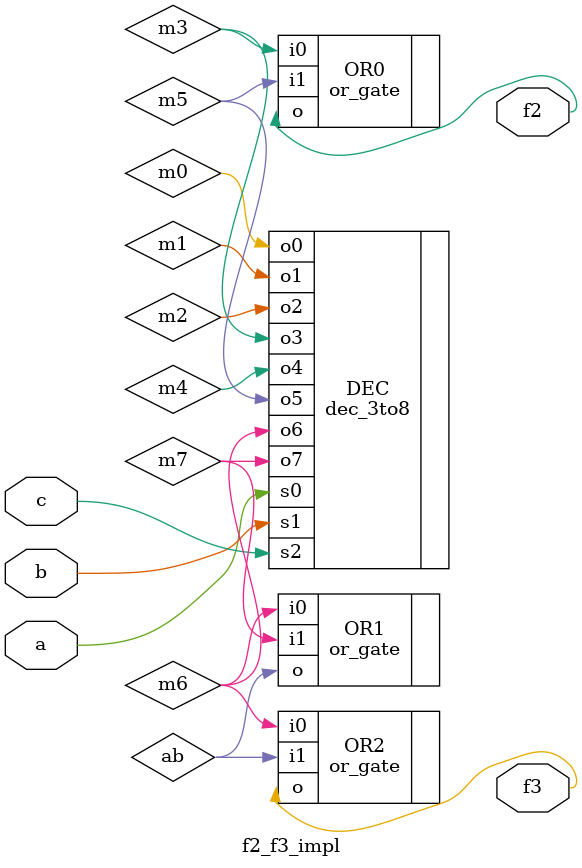
<source format=v>
`timescale 1ns / 1ps


module f2_f3_impl (a, b, c, f2, f3);
    input   wire    a, b, c;
    output  wire    f2, f3;
            wire    m0, m1, m2, m3, m4, m5, m6, m7;
            wire    ab;
    
    dec_3to8 DEC (.s0(a), .s1(b), .s2(c), .o0(m0), .o1(m1), .o2(m2), .o3(m3), .o4(m4), .o5(m5), .o6(m6), .o7(m7)); 
    
    or_gate OR0 (.i0(m3), .i1(m5), .o(f2));  
    
    or_gate OR1 (.i0(m6), .i1(m7), .o(ab));    
    or_gate OR2 (.i0(m6), .i1(ab), .o(f3));   
endmodule

</source>
